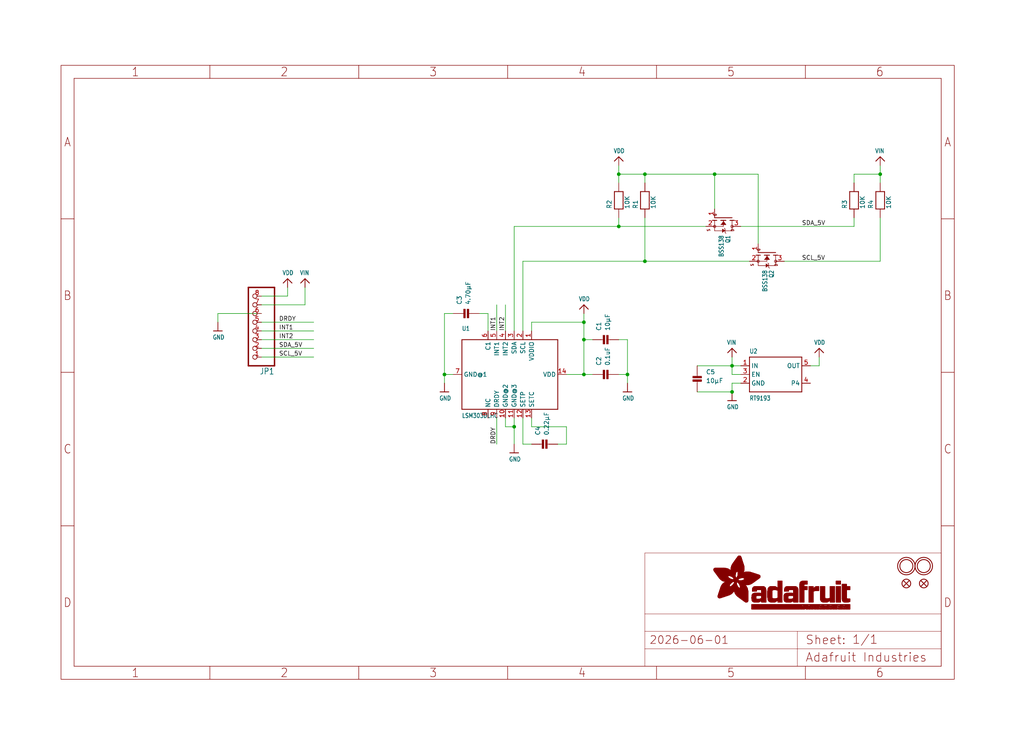
<source format=kicad_sch>
(kicad_sch (version 20230121) (generator eeschema)
  (paper "User" 298.45 217.322)
  (lib_symbols
    (symbol "working-eagle-import:CAP_CERAMIC_0805"
      (property "Reference" "C" (at 2.54 2.54 0))
      (symbol "CAP_CERAMIC_0805_1_0"
        (pin passive line (at 0 5.08 270) (length 2.54) (name "P$1") (number "1"))
        (pin passive line (at 0 -2.54 90) (length 2.54) (name "P$2") (number "2"))
      )
    )
    (symbol "working-eagle-import:FIDUCIAL{dblquote}{dblquote}")
    (symbol "working-eagle-import:FRAME_A4_ADAFRUIT"
      (symbol "FRAME_A4_ADAFRUIT_1_0"
        (text "${#}/${##}" (at 230.505 10.16 0) (effects (font (size 2.54 2.54)) (justify left bottom)))
        (text "${CURRENT_DATE}" (at 171.45 10.16 0) (effects (font (size 2.286 2.286)) (justify left bottom)))
        (text "${PROJECTNAME}" (at 171.45 15.24 0) (effects (font (size 2.54 2.54)) (justify left bottom)))
        (text "1" (at 21.6958 1.905 0) (effects (font (size 2.54 2.286))))
        (text "1" (at 21.6958 177.165 0) (effects (font (size 2.54 2.286))))
        (text "2" (at 65.0875 1.905 0) (effects (font (size 2.54 2.286))))
        (text "2" (at 65.0875 177.165 0) (effects (font (size 2.54 2.286))))
        (text "3" (at 108.4792 1.905 0) (effects (font (size 2.54 2.286))))
        (text "3" (at 108.4792 177.165 0) (effects (font (size 2.54 2.286))))
        (text "4" (at 151.8708 1.905 0) (effects (font (size 2.54 2.286))))
        (text "4" (at 151.8708 177.165 0) (effects (font (size 2.54 2.286))))
        (text "5" (at 195.2625 1.905 0) (effects (font (size 2.54 2.286))))
        (text "5" (at 195.2625 177.165 0) (effects (font (size 2.54 2.286))))
        (text "6" (at 238.6542 1.905 0) (effects (font (size 2.54 2.286))))
        (text "6" (at 238.6542 177.165 0) (effects (font (size 2.54 2.286))))
        (text "A" (at 1.905 156.6863 0) (effects (font (size 2.54 2.286))))
        (text "A" (at 258.445 156.6863 0) (effects (font (size 2.54 2.286))))
        (text "Adafruit Industries" (at 216.916 4.953 0) (effects (font (size 2.54 2.54)) (justify left bottom)))
        (text "B" (at 1.905 111.9188 0) (effects (font (size 2.54 2.286))))
        (text "B" (at 258.445 111.9188 0) (effects (font (size 2.54 2.286))))
        (text "C" (at 1.905 67.1513 0) (effects (font (size 2.54 2.286))))
        (text "C" (at 258.445 67.1513 0) (effects (font (size 2.54 2.286))))
        (text "D" (at 1.905 22.3838 0) (effects (font (size 2.54 2.286))))
        (text "D" (at 258.445 22.3838 0) (effects (font (size 2.54 2.286))))
        (text "Sheet:" (at 216.916 10.033 0) (effects (font (size 2.54 2.54)) (justify left bottom)))
      )
    )
    (symbol "working-eagle-import:GND" (power)
      (property "Value" "GND" (at -1.524 -2.54 0))
      (symbol "GND_1_0"
        (pin power_in line (at 0 2.54 270) (length 2.54) (name "GND") (number "1"))
      )
    )
    (symbol "working-eagle-import:HEADER-1X876MIL"
      (property "Reference" "JP" (at -6.35 13.335 0))
      (symbol "HEADER-1X876MIL_1_0"
        (pin passive inverted (at -2.54 10.16 0) (length 2.54) (name "1") (number "1"))
        (pin passive inverted (at -2.54 7.62 0) (length 2.54) (name "2") (number "2"))
        (pin passive inverted (at -2.54 5.08 0) (length 2.54) (name "3") (number "3"))
        (pin passive inverted (at -2.54 2.54 0) (length 2.54) (name "4") (number "4"))
        (pin passive inverted (at -2.54 0 0) (length 2.54) (name "5") (number "5"))
        (pin passive inverted (at -2.54 -2.54 0) (length 2.54) (name "6") (number "6"))
        (pin passive inverted (at -2.54 -5.08 0) (length 2.54) (name "7") (number "7"))
        (pin passive inverted (at -2.54 -7.62 0) (length 2.54) (name "8") (number "8"))
      )
    )
    (symbol "working-eagle-import:LSM303DLHC"
      (property "Reference" "U" (at -12.7 12.7 0))
      (symbol "LSM303DLHC_1_0"
        (pin power_in line (at 7.62 12.7 270) (length 2.54) (name "VDDIO") (number "1"))
        (pin power_in line (at 0 -12.7 90) (length 2.54) (name "GND@2") (number "10"))
        (pin power_in line (at 2.54 -12.7 90) (length 2.54) (name "GND@3") (number "11"))
        (pin bidirectional line (at 5.08 -12.7 90) (length 2.54) (name "SETP") (number "12"))
        (pin bidirectional line (at 7.62 -12.7 90) (length 2.54) (name "SETC") (number "13"))
        (pin power_in line (at 17.78 0 180) (length 2.54) (name "VDD") (number "14"))
        (pin bidirectional line (at 5.08 12.7 270) (length 2.54) (name "SCL") (number "2"))
        (pin bidirectional line (at 2.54 12.7 270) (length 2.54) (name "SDA") (number "3"))
        (pin output line (at 0 12.7 270) (length 2.54) (name "INT2") (number "4"))
        (pin output line (at -2.54 12.7 270) (length 2.54) (name "INT1") (number "5"))
        (pin bidirectional line (at -5.08 12.7 270) (length 2.54) (name "C1") (number "6"))
        (pin power_in line (at -15.24 0 0) (length 2.54) (name "GND@1") (number "7"))
        (pin bidirectional line (at -5.08 -12.7 90) (length 2.54) (name "NC") (number "8"))
        (pin output line (at -2.54 -12.7 90) (length 2.54) (name "DRDY") (number "9"))
      )
    )
    (symbol "working-eagle-import:MOSFET-NWIDE"
      (property "Reference" "Q" (at 5.08 0.635 0))
      (symbol "MOSFET-NWIDE_1_0"
        (text "D" (at 3.175 3.175 0) (effects (font (size 0.8128 0.6908)) (justify left bottom)))
        (text "G" (at -1.27 -1.905 0) (effects (font (size 0.8128 0.6908)) (justify left bottom)))
        (text "S" (at 3.175 -3.81 0) (effects (font (size 0.8128 0.6908)) (justify left bottom)))
        (pin bidirectional line (at -2.54 -2.54 0) (length 2.54) (name "G") (number "1"))
        (pin bidirectional line (at 2.54 -5.08 90) (length 2.54) (name "S") (number "2"))
        (pin bidirectional line (at 2.54 5.08 270) (length 2.54) (name "D") (number "3"))
      )
    )
    (symbol "working-eagle-import:MOUNTINGHOLE2.5")
    (symbol "working-eagle-import:RESISTOR_0805"
      (property "Reference" "R" (at -2.54 2.032 0))
      (symbol "RESISTOR_0805_1_0"
        (pin passive line (at -5.08 0 0) (length 2.54) (name "1") (number "1"))
        (pin passive line (at 5.08 0 180) (length 2.54) (name "2") (number "2"))
      )
    )
    (symbol "working-eagle-import:VDD" (power)
      (property "Value" "VDD" (at -1.524 1.016 0))
      (symbol "VDD_1_0"
        (pin power_in line (at 0 -2.54 90) (length 2.54) (name "VDD") (number "1"))
      )
    )
    (symbol "working-eagle-import:VIN" (power)
      (property "Value" "VIN" (at -1.524 1.016 0))
      (symbol "VIN_1_0"
        (pin power_in line (at 0 -2.54 90) (length 2.54) (name "VIN") (number "1"))
      )
    )
    (symbol "working-eagle-import:VREG_SOT23-5"
      (property "Reference" "U" (at -7.62 6.096 0))
      (symbol "VREG_SOT23-5_1_0"
        (pin bidirectional line (at -10.16 2.54 0) (length 2.54) (name "IN") (number "1"))
        (pin bidirectional line (at -10.16 -2.54 0) (length 2.54) (name "GND") (number "2"))
        (pin bidirectional line (at -10.16 0 0) (length 2.54) (name "EN") (number "3"))
        (pin bidirectional line (at 10.16 -2.54 180) (length 2.54) (name "P4") (number "4"))
        (pin bidirectional line (at 10.16 2.54 180) (length 2.54) (name "OUT") (number "5"))
      )
    )
  )
  (junction (at 129.54 109.22))
  (junction (at 149.86 124.46))
  (junction (at 182.88 109.22))
  (junction (at 213.36 106.68))
  (junction (at 256.54 50.8))
  (junction (at 170.18 99.06))
  (junction (at 187.96 76.2))
  (junction (at 170.18 93.98))
  (junction (at 187.96 50.8))
  (junction (at 180.34 66.04))
  (junction (at 213.36 114.3))
  (junction (at 208.28 50.8))
  (junction (at 170.18 109.22))
  (junction (at 180.34 50.8))
  (wire (pts (xy 182.88 99.06) (xy 182.88 109.22)) (stroke (width 0.1524)))
  (wire (pts (xy 187.96 50.8) (xy 208.28 50.8)) (stroke (width 0.1524)))
  (wire (pts (xy 76.2 88.9) (xy 88.9 88.9)) (stroke (width 0.1524)))
  (wire (pts (xy 142.24 96.52) (xy 142.24 91.44)) (stroke (width 0.1524)))
  (wire (pts (xy 218.44 76.2) (xy 187.96 76.2)) (stroke (width 0.1524)))
  (wire (pts (xy 203.2 106.68) (xy 213.36 106.68)) (stroke (width 0.1524)))
  (wire (pts (xy 180.34 66.04) (xy 149.86 66.04)) (stroke (width 0.1524)))
  (wire (pts (xy 76.2 101.6) (xy 91.44 101.6)) (stroke (width 0.1524)))
  (wire (pts (xy 76.2 99.06) (xy 91.44 99.06)) (stroke (width 0.1524)))
  (wire (pts (xy 147.32 124.46) (xy 149.86 124.46)) (stroke (width 0.1524)))
  (wire (pts (xy 144.78 121.92) (xy 144.78 129.54)) (stroke (width 0.1524)))
  (wire (pts (xy 76.2 96.52) (xy 91.44 96.52)) (stroke (width 0.1524)))
  (wire (pts (xy 187.96 53.34) (xy 187.96 50.8)) (stroke (width 0.1524)))
  (wire (pts (xy 170.18 91.44) (xy 170.18 93.98)) (stroke (width 0.1524)))
  (wire (pts (xy 248.92 66.04) (xy 248.92 63.5)) (stroke (width 0.1524)))
  (wire (pts (xy 129.54 91.44) (xy 129.54 109.22)) (stroke (width 0.1524)))
  (wire (pts (xy 63.5 91.44) (xy 63.5 93.98)) (stroke (width 0.1524)))
  (wire (pts (xy 256.54 76.2) (xy 256.54 63.5)) (stroke (width 0.1524)))
  (wire (pts (xy 88.9 88.9) (xy 88.9 83.82)) (stroke (width 0.1524)))
  (wire (pts (xy 180.34 53.34) (xy 180.34 50.8)) (stroke (width 0.1524)))
  (wire (pts (xy 187.96 76.2) (xy 152.4 76.2)) (stroke (width 0.1524)))
  (wire (pts (xy 154.94 121.92) (xy 154.94 124.46)) (stroke (width 0.1524)))
  (wire (pts (xy 256.54 53.34) (xy 256.54 50.8)) (stroke (width 0.1524)))
  (wire (pts (xy 170.18 93.98) (xy 170.18 99.06)) (stroke (width 0.1524)))
  (wire (pts (xy 180.34 50.8) (xy 187.96 50.8)) (stroke (width 0.1524)))
  (wire (pts (xy 170.18 109.22) (xy 172.72 109.22)) (stroke (width 0.1524)))
  (wire (pts (xy 248.92 53.34) (xy 248.92 50.8)) (stroke (width 0.1524)))
  (wire (pts (xy 154.94 124.46) (xy 165.1 124.46)) (stroke (width 0.1524)))
  (wire (pts (xy 170.18 99.06) (xy 170.18 109.22)) (stroke (width 0.1524)))
  (wire (pts (xy 208.28 50.8) (xy 208.28 60.96)) (stroke (width 0.1524)))
  (wire (pts (xy 248.92 50.8) (xy 256.54 50.8)) (stroke (width 0.1524)))
  (wire (pts (xy 236.22 106.68) (xy 238.76 106.68)) (stroke (width 0.1524)))
  (wire (pts (xy 208.28 50.8) (xy 220.98 50.8)) (stroke (width 0.1524)))
  (wire (pts (xy 165.1 124.46) (xy 165.1 129.54)) (stroke (width 0.1524)))
  (wire (pts (xy 228.6 76.2) (xy 256.54 76.2)) (stroke (width 0.1524)))
  (wire (pts (xy 147.32 121.92) (xy 147.32 124.46)) (stroke (width 0.1524)))
  (wire (pts (xy 205.74 66.04) (xy 180.34 66.04)) (stroke (width 0.1524)))
  (wire (pts (xy 129.54 109.22) (xy 129.54 111.76)) (stroke (width 0.1524)))
  (wire (pts (xy 180.34 109.22) (xy 182.88 109.22)) (stroke (width 0.1524)))
  (wire (pts (xy 144.78 96.52) (xy 144.78 88.9)) (stroke (width 0.1524)))
  (wire (pts (xy 142.24 91.44) (xy 139.7 91.44)) (stroke (width 0.1524)))
  (wire (pts (xy 213.36 111.76) (xy 213.36 114.3)) (stroke (width 0.1524)))
  (wire (pts (xy 182.88 109.22) (xy 182.88 111.76)) (stroke (width 0.1524)))
  (wire (pts (xy 132.08 109.22) (xy 129.54 109.22)) (stroke (width 0.1524)))
  (wire (pts (xy 149.86 124.46) (xy 149.86 129.54)) (stroke (width 0.1524)))
  (wire (pts (xy 172.72 99.06) (xy 170.18 99.06)) (stroke (width 0.1524)))
  (wire (pts (xy 215.9 66.04) (xy 248.92 66.04)) (stroke (width 0.1524)))
  (wire (pts (xy 165.1 109.22) (xy 170.18 109.22)) (stroke (width 0.1524)))
  (wire (pts (xy 152.4 121.92) (xy 152.4 129.54)) (stroke (width 0.1524)))
  (wire (pts (xy 149.86 121.92) (xy 149.86 124.46)) (stroke (width 0.1524)))
  (wire (pts (xy 76.2 86.36) (xy 83.82 86.36)) (stroke (width 0.1524)))
  (wire (pts (xy 83.82 86.36) (xy 83.82 83.82)) (stroke (width 0.1524)))
  (wire (pts (xy 76.2 91.44) (xy 63.5 91.44)) (stroke (width 0.1524)))
  (wire (pts (xy 76.2 93.98) (xy 91.44 93.98)) (stroke (width 0.1524)))
  (wire (pts (xy 132.08 91.44) (xy 129.54 91.44)) (stroke (width 0.1524)))
  (wire (pts (xy 215.9 109.22) (xy 213.36 109.22)) (stroke (width 0.1524)))
  (wire (pts (xy 180.34 48.26) (xy 180.34 50.8)) (stroke (width 0.1524)))
  (wire (pts (xy 147.32 96.52) (xy 147.32 88.9)) (stroke (width 0.1524)))
  (wire (pts (xy 165.1 129.54) (xy 162.56 129.54)) (stroke (width 0.1524)))
  (wire (pts (xy 180.34 99.06) (xy 182.88 99.06)) (stroke (width 0.1524)))
  (wire (pts (xy 149.86 66.04) (xy 149.86 96.52)) (stroke (width 0.1524)))
  (wire (pts (xy 215.9 111.76) (xy 213.36 111.76)) (stroke (width 0.1524)))
  (wire (pts (xy 154.94 93.98) (xy 170.18 93.98)) (stroke (width 0.1524)))
  (wire (pts (xy 203.2 114.3) (xy 213.36 114.3)) (stroke (width 0.1524)))
  (wire (pts (xy 238.76 106.68) (xy 238.76 104.14)) (stroke (width 0.1524)))
  (wire (pts (xy 256.54 50.8) (xy 256.54 48.26)) (stroke (width 0.1524)))
  (wire (pts (xy 213.36 106.68) (xy 213.36 104.14)) (stroke (width 0.1524)))
  (wire (pts (xy 213.36 109.22) (xy 213.36 106.68)) (stroke (width 0.1524)))
  (wire (pts (xy 152.4 76.2) (xy 152.4 96.52)) (stroke (width 0.1524)))
  (wire (pts (xy 180.34 63.5) (xy 180.34 66.04)) (stroke (width 0.1524)))
  (wire (pts (xy 220.98 50.8) (xy 220.98 71.12)) (stroke (width 0.1524)))
  (wire (pts (xy 154.94 96.52) (xy 154.94 93.98)) (stroke (width 0.1524)))
  (wire (pts (xy 187.96 63.5) (xy 187.96 76.2)) (stroke (width 0.1524)))
  (wire (pts (xy 152.4 129.54) (xy 154.94 129.54)) (stroke (width 0.1524)))
  (wire (pts (xy 76.2 104.14) (xy 91.44 104.14)) (stroke (width 0.1524)))
  (wire (pts (xy 215.9 106.68) (xy 213.36 106.68)) (stroke (width 0.1524)))
  (label "INT2" (at 81.28 99.06 0) (effects (font (size 1.2446 1.2446))))
  (label "INT1" (at 81.28 96.52 0) (effects (font (size 1.2446 1.2446))))
  (label "SDA_5V" (at 81.28 101.6 0) (effects (font (size 1.2446 1.2446))))
  (label "INT1" (at 144.78 96.52 90) (effects (font (size 1.2446 1.2446))))
  (label "DRDY" (at 81.28 93.98 0) (effects (font (size 1.2446 1.2446))))
  (label "SCL_5V" (at 233.68 76.2 0) (effects (font (size 1.2446 1.2446))))
  (label "SCL_5V" (at 81.28 104.14 0) (effects (font (size 1.2446 1.2446))))
  (label "INT2" (at 147.32 96.52 90) (effects (font (size 1.2446 1.2446))))
  (label "DRDY" (at 144.78 129.54 90) (effects (font (size 1.2446 1.2446))))
  (label "SDA_5V" (at 233.68 66.04 0) (effects (font (size 1.2446 1.2446))))
  (symbol (lib_id "working-eagle-import:VREG_SOT23-5") (at 226.06 109.22 0) (unit 1)
    (property "Reference" "U2" (at 218.44 103.124 0) (effects (font (size 1.27 1.0795)) (justify left bottom)))
    (property "Value" "RT9193" (at 218.44 116.84 0) (effects (font (size 1.27 1.0795)) (justify left bottom)))
    (property "Footprint" "working:SOT23-5" (effects hide))
  )
  (symbol (lib_id "working-eagle-import:FRAME_A4_ADAFRUIT") (at 17.78 198.12 0) (unit 1)
    (property "Reference" "#U$1" (effects hide))
    (property "Value" "FRAME_A4_ADAFRUIT" (effects hide))
  )
  (symbol (lib_id "working-eagle-import:GND") (at 149.86 132.08 0) (unit 1)
    (property "Reference" "#U$7" (effects hide))
    (property "Value" "GND" (at 148.336 134.62 0) (effects (font (size 1.27 1.0795)) (justify left bottom)))
  )
  (symbol (lib_id "working-eagle-import:VDD") (at 238.76 101.6 0) (unit 1)
    (property "Reference" "#U$13" (effects hide))
    (property "Value" "VDD" (at 237.236 100.584 0) (effects (font (size 1.27 1.0795)) (justify left bottom)))
  )
  (symbol (lib_id "working-eagle-import:MOSFET-NWIDE") (at 210.82 63.5 270) (unit 1)
    (property "Reference" "Q1" (at 211.455 68.58 0) (effects (font (size 1.27 1.0795)) (justify left bottom)))
    (property "Value" "BSS138" (at 209.55 68.58 0) (effects (font (size 1.27 1.0795)) (justify left bottom)))
    (property "Footprint" "working:SOT23-WIDE" (effects hide))
  )
  (symbol (lib_id "working-eagle-import:VIN") (at 88.9 81.28 0) (unit 1)
    (property "Reference" "#U$14" (effects hide))
    (property "Value" "VIN" (at 87.376 80.264 0) (effects (font (size 1.27 1.0795)) (justify left bottom)))
  )
  (symbol (lib_id "working-eagle-import:RESISTOR_0805") (at 180.34 58.42 90) (unit 1)
    (property "Reference" "R2" (at 178.308 60.96 0) (effects (justify left bottom)))
    (property "Value" "10K" (at 183.515 60.96 0) (effects (justify left bottom)))
    (property "Footprint" "working:_0805" (effects hide))
  )
  (symbol (lib_id "working-eagle-import:FIDUCIAL{dblquote}{dblquote}") (at 264.16 170.18 0) (unit 1)
    (property "Reference" "FID2" (effects hide))
    (property "Value" "FIDUCIAL{dblquote}{dblquote}" (effects hide))
    (property "Footprint" "working:FIDUCIAL_1MM" (effects hide))
  )
  (symbol (lib_id "working-eagle-import:RESISTOR_0805") (at 248.92 58.42 90) (unit 1)
    (property "Reference" "R3" (at 246.888 60.96 0) (effects (justify left bottom)))
    (property "Value" "10K" (at 252.095 60.96 0) (effects (justify left bottom)))
    (property "Footprint" "working:_0805" (effects hide))
  )
  (symbol (lib_id "working-eagle-import:GND") (at 213.36 116.84 0) (unit 1)
    (property "Reference" "#U$12" (effects hide))
    (property "Value" "GND" (at 211.836 119.38 0) (effects (font (size 1.27 1.0795)) (justify left bottom)))
  )
  (symbol (lib_id "working-eagle-import:RESISTOR_0805") (at 187.96 58.42 90) (unit 1)
    (property "Reference" "R1" (at 185.928 60.96 0) (effects (justify left bottom)))
    (property "Value" "10K" (at 191.135 60.96 0) (effects (justify left bottom)))
    (property "Footprint" "working:_0805" (effects hide))
  )
  (symbol (lib_id "working-eagle-import:RESISTOR_0805") (at 256.54 58.42 90) (unit 1)
    (property "Reference" "R4" (at 254.508 60.96 0) (effects (justify left bottom)))
    (property "Value" "10K" (at 259.715 60.96 0) (effects (justify left bottom)))
    (property "Footprint" "working:_0805" (effects hide))
  )
  (symbol (lib_id "working-eagle-import:GND") (at 63.5 96.52 0) (unit 1)
    (property "Reference" "#U$16" (effects hide))
    (property "Value" "GND" (at 61.976 99.06 0) (effects (font (size 1.27 1.0795)) (justify left bottom)))
  )
  (symbol (lib_id "working-eagle-import:CAP_CERAMIC_0805") (at 203.2 111.76 0) (unit 1)
    (property "Reference" "C5" (at 205.74 109.22 0) (effects (justify left bottom)))
    (property "Value" "10µF" (at 205.74 111.76 0) (effects (justify left bottom)))
    (property "Footprint" "working:_0805" (effects hide))
  )
  (symbol (lib_id "working-eagle-import:VDD") (at 170.18 88.9 0) (unit 1)
    (property "Reference" "#U$5" (effects hide))
    (property "Value" "VDD" (at 168.656 87.884 0) (effects (font (size 1.27 1.0795)) (justify left bottom)))
  )
  (symbol (lib_id "working-eagle-import:HEADER-1X876MIL") (at 73.66 93.98 180) (unit 1)
    (property "Reference" "JP1" (at 80.01 107.315 0) (effects (font (size 1.778 1.5113)) (justify left bottom)))
    (property "Value" "HEADER-1X876MIL" (effects hide))
    (property "Footprint" "working:1X08_ROUND_76" (effects hide))
  )
  (symbol (lib_id "working-eagle-import:LSM303DLHC") (at 147.32 109.22 0) (unit 1)
    (property "Reference" "U1" (at 134.62 96.52 0) (effects (font (size 1.27 1.0795)) (justify left bottom)))
    (property "Value" "LSM303DLHC" (at 134.62 121.92 0) (effects (font (size 1.27 1.0795)) (justify left bottom)))
    (property "Footprint" "working:LGA14" (effects hide))
  )
  (symbol (lib_id "working-eagle-import:CAP_CERAMIC_0805") (at 137.16 91.44 90) (unit 1)
    (property "Reference" "C3" (at 134.62 88.9 0) (effects (justify left bottom)))
    (property "Value" "4.70µF" (at 137.16 88.9 0) (effects (justify left bottom)))
    (property "Footprint" "working:_0805" (effects hide))
  )
  (symbol (lib_id "working-eagle-import:GND") (at 129.54 114.3 0) (unit 1)
    (property "Reference" "#U$8" (effects hide))
    (property "Value" "GND" (at 128.016 116.84 0) (effects (font (size 1.27 1.0795)) (justify left bottom)))
  )
  (symbol (lib_id "working-eagle-import:VIN") (at 213.36 101.6 0) (unit 1)
    (property "Reference" "#U$11" (effects hide))
    (property "Value" "VIN" (at 211.836 100.584 0) (effects (font (size 1.27 1.0795)) (justify left bottom)))
  )
  (symbol (lib_id "working-eagle-import:MOUNTINGHOLE2.5") (at 264.16 165.1 0) (unit 1)
    (property "Reference" "U$4" (effects hide))
    (property "Value" "MOUNTINGHOLE2.5" (effects hide))
    (property "Footprint" "working:MOUNTINGHOLE_2.5_PLATED" (effects hide))
  )
  (symbol (lib_id "working-eagle-import:CAP_CERAMIC_0805") (at 160.02 129.54 90) (unit 1)
    (property "Reference" "C4" (at 157.48 127 0) (effects (justify left bottom)))
    (property "Value" "0.22µF" (at 160.02 127 0) (effects (justify left bottom)))
    (property "Footprint" "working:_0805" (effects hide))
  )
  (symbol (lib_id "working-eagle-import:MOUNTINGHOLE2.5") (at 269.24 165.1 0) (unit 1)
    (property "Reference" "U$3" (effects hide))
    (property "Value" "MOUNTINGHOLE2.5" (effects hide))
    (property "Footprint" "working:MOUNTINGHOLE_2.5_PLATED" (effects hide))
  )
  (symbol (lib_id "working-eagle-import:VDD") (at 83.82 81.28 0) (unit 1)
    (property "Reference" "#U$15" (effects hide))
    (property "Value" "VDD" (at 82.296 80.264 0) (effects (font (size 1.27 1.0795)) (justify left bottom)))
  )
  (symbol (lib_id "working-eagle-import:VIN") (at 256.54 45.72 0) (unit 1)
    (property "Reference" "#U$10" (effects hide))
    (property "Value" "VIN" (at 255.016 44.704 0) (effects (font (size 1.27 1.0795)) (justify left bottom)))
  )
  (symbol (lib_id "working-eagle-import:MOSFET-NWIDE") (at 223.52 73.66 270) (unit 1)
    (property "Reference" "Q2" (at 224.155 78.74 0) (effects (font (size 1.27 1.0795)) (justify left bottom)))
    (property "Value" "BSS138" (at 222.25 78.74 0) (effects (font (size 1.27 1.0795)) (justify left bottom)))
    (property "Footprint" "working:SOT23-WIDE" (effects hide))
  )
  (symbol (lib_id "working-eagle-import:VDD") (at 180.34 45.72 0) (unit 1)
    (property "Reference" "#U$9" (effects hide))
    (property "Value" "VDD" (at 178.816 44.704 0) (effects (font (size 1.27 1.0795)) (justify left bottom)))
  )
  (symbol (lib_id "working-eagle-import:FIDUCIAL{dblquote}{dblquote}") (at 269.24 170.18 0) (unit 1)
    (property "Reference" "FID1" (effects hide))
    (property "Value" "FIDUCIAL{dblquote}{dblquote}" (effects hide))
    (property "Footprint" "working:FIDUCIAL_1MM" (effects hide))
  )
  (symbol (lib_id "working-eagle-import:GND") (at 182.88 114.3 0) (unit 1)
    (property "Reference" "#U$6" (effects hide))
    (property "Value" "GND" (at 181.356 116.84 0) (effects (font (size 1.27 1.0795)) (justify left bottom)))
  )
  (symbol (lib_id "working-eagle-import:CAP_CERAMIC_0805") (at 177.8 99.06 90) (unit 1)
    (property "Reference" "C1" (at 175.26 96.52 0) (effects (justify left bottom)))
    (property "Value" "10µF" (at 177.8 96.52 0) (effects (justify left bottom)))
    (property "Footprint" "working:_0805" (effects hide))
  )
  (symbol (lib_id "working-eagle-import:CAP_CERAMIC_0805") (at 177.8 109.22 90) (unit 1)
    (property "Reference" "C2" (at 175.26 106.68 0) (effects (justify left bottom)))
    (property "Value" "0.1uF" (at 177.8 106.68 0) (effects (justify left bottom)))
    (property "Footprint" "working:_0805" (effects hide))
  )
)
</source>
